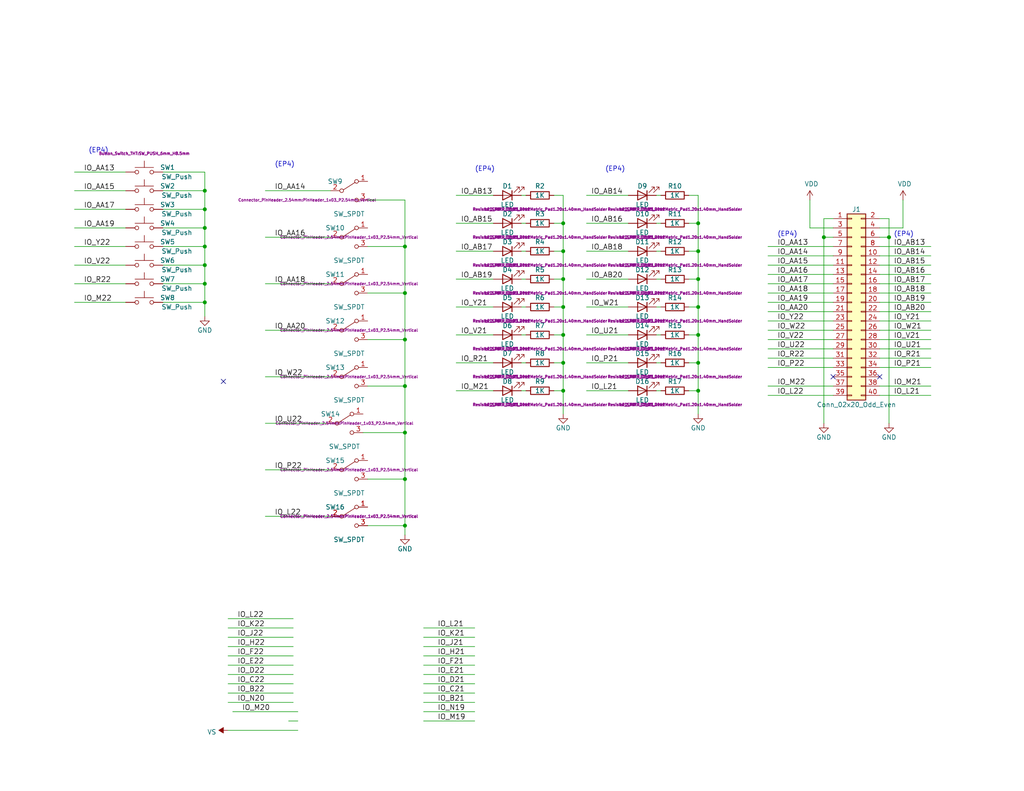
<source format=kicad_sch>
(kicad_sch (version 20211123) (generator eeschema)
  (paper "A")
  (title_block (title "ITX-SWLEDs") (date "2022-08-31") (rev "1") (company "land-boards.com") (comment 1 "SWITCHED/LEDs CARD"))
  (lib_symbols
    (symbol "Connector_Generic:Conn_02x20_Odd_Even" (pin_names (offset 1.016) hide)
      (property "Reference" "J" (at 1.27 25.4 0))
      (property "Value" "Conn_02x20_Odd_Even" (at 1.27 -27.94 0))
      (symbol "Conn_02x20_Odd_Even_1_1"
        (rectangle (start -1.27 -25.273) (end 0 -25.527) (stroke (width 0.1524)))
        (rectangle (start -1.27 -22.733) (end 0 -22.987) (stroke (width 0.1524)))
        (rectangle (start -1.27 -20.193) (end 0 -20.447) (stroke (width 0.1524)))
        (rectangle (start -1.27 -17.653) (end 0 -17.907) (stroke (width 0.1524)))
        (rectangle (start -1.27 -15.113) (end 0 -15.367) (stroke (width 0.1524)))
        (rectangle (start -1.27 -12.573) (end 0 -12.827) (stroke (width 0.1524)))
        (rectangle (start -1.27 -10.033) (end 0 -10.287) (stroke (width 0.1524)))
        (rectangle (start -1.27 -7.493) (end 0 -7.747) (stroke (width 0.1524)))
        (rectangle (start -1.27 -4.953) (end 0 -5.207) (stroke (width 0.1524)))
        (rectangle (start -1.27 -2.413) (end 0 -2.667) (stroke (width 0.1524)))
        (rectangle (start -1.27 0.127) (end 0 -0.127) (stroke (width 0.1524)))
        (rectangle (start -1.27 2.667) (end 0 2.413) (stroke (width 0.1524)))
        (rectangle (start -1.27 5.207) (end 0 4.953) (stroke (width 0.1524)))
        (rectangle (start -1.27 7.747) (end 0 7.493) (stroke (width 0.1524)))
        (rectangle (start -1.27 10.287) (end 0 10.033) (stroke (width 0.1524)))
        (rectangle (start -1.27 12.827) (end 0 12.573) (stroke (width 0.1524)))
        (rectangle (start -1.27 15.367) (end 0 15.113) (stroke (width 0.1524)))
        (rectangle (start -1.27 17.907) (end 0 17.653) (stroke (width 0.1524)))
        (rectangle (start -1.27 20.447) (end 0 20.193) (stroke (width 0.1524)))
        (rectangle (start -1.27 22.987) (end 0 22.733) (stroke (width 0.1524)))
        (rectangle (start -1.27 24.13) (end 3.81 -26.67) (stroke (width 0.254)) (fill (type background)))
        (rectangle (start 3.81 -25.273) (end 2.54 -25.527) (stroke (width 0.1524)))
        (rectangle (start 3.81 -22.733) (end 2.54 -22.987) (stroke (width 0.1524)))
        (rectangle (start 3.81 -20.193) (end 2.54 -20.447) (stroke (width 0.1524)))
        (rectangle (start 3.81 -17.653) (end 2.54 -17.907) (stroke (width 0.1524)))
        (rectangle (start 3.81 -15.113) (end 2.54 -15.367) (stroke (width 0.1524)))
        (rectangle (start 3.81 -12.573) (end 2.54 -12.827) (stroke (width 0.1524)))
        (rectangle (start 3.81 -10.033) (end 2.54 -10.287) (stroke (width 0.1524)))
        (rectangle (start 3.81 -7.493) (end 2.54 -7.747) (stroke (width 0.1524)))
        (rectangle (start 3.81 -4.953) (end 2.54 -5.207) (stroke (width 0.1524)))
        (rectangle (start 3.81 -2.413) (end 2.54 -2.667) (stroke (width 0.1524)))
        (rectangle (start 3.81 0.127) (end 2.54 -0.127) (stroke (width 0.1524)))
        (rectangle (start 3.81 2.667) (end 2.54 2.413) (stroke (width 0.1524)))
        (rectangle (start 3.81 5.207) (end 2.54 4.953) (stroke (width 0.1524)))
        (rectangle (start 3.81 7.747) (end 2.54 7.493) (stroke (width 0.1524)))
        (rectangle (start 3.81 10.287) (end 2.54 10.033) (stroke (width 0.1524)))
        (rectangle (start 3.81 12.827) (end 2.54 12.573) (stroke (width 0.1524)))
        (rectangle (start 3.81 15.367) (end 2.54 15.113) (stroke (width 0.1524)))
        (rectangle (start 3.81 17.907) (end 2.54 17.653) (stroke (width 0.1524)))
        (rectangle (start 3.81 20.447) (end 2.54 20.193) (stroke (width 0.1524)))
        (rectangle (start 3.81 22.987) (end 2.54 22.733) (stroke (width 0.1524)))
        (pin passive line (at -5.08 22.86 0) (length 3.81) (name "Pin_1") (number "1"))
        (pin passive line (at 7.62 12.7 180) (length 3.81) (name "Pin_10") (number "10"))
        (pin passive line (at -5.08 10.16 0) (length 3.81) (name "Pin_11") (number "11"))
        (pin passive line (at 7.62 10.16 180) (length 3.81) (name "Pin_12") (number "12"))
        (pin passive line (at -5.08 7.62 0) (length 3.81) (name "Pin_13") (number "13"))
        (pin passive line (at 7.62 7.62 180) (length 3.81) (name "Pin_14") (number "14"))
        (pin passive line (at -5.08 5.08 0) (length 3.81) (name "Pin_15") (number "15"))
        (pin passive line (at 7.62 5.08 180) (length 3.81) (name "Pin_16") (number "16"))
        (pin passive line (at -5.08 2.54 0) (length 3.81) (name "Pin_17") (number "17"))
        (pin passive line (at 7.62 2.54 180) (length 3.81) (name "Pin_18") (number "18"))
        (pin passive line (at -5.08 0 0) (length 3.81) (name "Pin_19") (number "19"))
        (pin passive line (at 7.62 22.86 180) (length 3.81) (name "Pin_2") (number "2"))
        (pin passive line (at 7.62 0 180) (length 3.81) (name "Pin_20") (number "20"))
        (pin passive line (at -5.08 -2.54 0) (length 3.81) (name "Pin_21") (number "21"))
        (pin passive line (at 7.62 -2.54 180) (length 3.81) (name "Pin_22") (number "22"))
        (pin passive line (at -5.08 -5.08 0) (length 3.81) (name "Pin_23") (number "23"))
        (pin passive line (at 7.62 -5.08 180) (length 3.81) (name "Pin_24") (number "24"))
        (pin passive line (at -5.08 -7.62 0) (length 3.81) (name "Pin_25") (number "25"))
        (pin passive line (at 7.62 -7.62 180) (length 3.81) (name "Pin_26") (number "26"))
        (pin passive line (at -5.08 -10.16 0) (length 3.81) (name "Pin_27") (number "27"))
        (pin passive line (at 7.62 -10.16 180) (length 3.81) (name "Pin_28") (number "28"))
        (pin passive line (at -5.08 -12.7 0) (length 3.81) (name "Pin_29") (number "29"))
        (pin passive line (at -5.08 20.32 0) (length 3.81) (name "Pin_3") (number "3"))
        (pin passive line (at 7.62 -12.7 180) (length 3.81) (name "Pin_30") (number "30"))
        (pin passive line (at -5.08 -15.24 0) (length 3.81) (name "Pin_31") (number "31"))
        (pin passive line (at 7.62 -15.24 180) (length 3.81) (name "Pin_32") (number "32"))
        (pin passive line (at -5.08 -17.78 0) (length 3.81) (name "Pin_33") (number "33"))
        (pin passive line (at 7.62 -17.78 180) (length 3.81) (name "Pin_34") (number "34"))
        (pin passive line (at -5.08 -20.32 0) (length 3.81) (name "Pin_35") (number "35"))
        (pin passive line (at 7.62 -20.32 180) (length 3.81) (name "Pin_36") (number "36"))
        (pin passive line (at -5.08 -22.86 0) (length 3.81) (name "Pin_37") (number "37"))
        (pin passive line (at 7.62 -22.86 180) (length 3.81) (name "Pin_38") (number "38"))
        (pin passive line (at -5.08 -25.4 0) (length 3.81) (name "Pin_39") (number "39"))
        (pin passive line (at 7.62 20.32 180) (length 3.81) (name "Pin_4") (number "4"))
        (pin passive line (at 7.62 -25.4 180) (length 3.81) (name "Pin_40") (number "40"))
        (pin passive line (at -5.08 17.78 0) (length 3.81) (name "Pin_5") (number "5"))
        (pin passive line (at 7.62 17.78 180) (length 3.81) (name "Pin_6") (number "6"))
        (pin passive line (at -5.08 15.24 0) (length 3.81) (name "Pin_7") (number "7"))
        (pin passive line (at 7.62 15.24 180) (length 3.81) (name "Pin_8") (number "8"))
        (pin passive line (at -5.08 12.7 0) (length 3.81) (name "Pin_9") (number "9"))
      )
    )
    (symbol "Device:LED" (pin_numbers hide) (pin_names (offset 1.016) hide)
      (property "Reference" "D" (at 0 2.54 0))
      (property "Value" "LED" (at 0 -2.54 0))
      (symbol "LED_0_1"
        (polyline (pts (xy -1.27 -1.27) (xy -1.27 1.27)) (stroke (width 0.254)))
        (polyline (pts (xy -1.27 0) (xy 1.27 0)))
        (polyline (pts (xy 1.27 -1.27) (xy 1.27 1.27) (xy -1.27 0) (xy 1.27 -1.27)) (stroke (width 0.254)))
        (polyline (pts (xy -3.048 -0.762) (xy -4.572 -2.286) (xy -3.81 -2.286) (xy -4.572 -2.286) (xy -4.572 -1.524)))
        (polyline (pts (xy -1.778 -0.762) (xy -3.302 -2.286) (xy -2.54 -2.286) (xy -3.302 -2.286) (xy -3.302 -1.524)))
      )
      (symbol "LED_1_1"
        (pin passive line (at -3.81 0 0) (length 2.54) (name "K") (number "1"))
        (pin passive line (at 3.81 0 180) (length 2.54) (name "A") (number "2"))
      )
    )
    (symbol "Device:R" (pin_numbers hide) (pin_names (offset 0))
      (property "Reference" "R" (at 2.032 0 90))
      (property "Value" "R" (at 0 0 90))
      (symbol "R_0_1"
        (rectangle (start -1.016 -2.54) (end 1.016 2.54) (stroke (width 0.254)))
      )
      (symbol "R_1_1"
        (pin passive line (at 0 3.81 270) (length 1.27) (name "~") (number "1"))
        (pin passive line (at 0 -3.81 90) (length 1.27) (name "~") (number "2"))
      )
    )
    (symbol "Switch:SW_Push" (pin_numbers hide) (pin_names (offset 1.016) hide)
      (property "Reference" "SW" (at 1.27 2.54 0))
      (property "Value" "SW_Push" (at 0 -1.524 0))
      (symbol "SW_Push_0_1"
        (circle (center -2.032 0) (radius 0.508))
        (polyline (pts (xy 0 1.27) (xy 0 3.048)))
        (polyline (pts (xy 2.54 1.27) (xy -2.54 1.27)))
        (circle (center 2.032 0) (radius 0.508))
        (pin passive line (at -5.08 0 0) (length 2.54) (name "1") (number "1"))
        (pin passive line (at 5.08 0 180) (length 2.54) (name "2") (number "2"))
      )
    )
    (symbol "Switch:SW_SPDT" (pin_names (offset 0) hide)
      (property "Reference" "SW" (at 0 4.318 0))
      (property "Value" "SW_SPDT" (at 0 -5.08 0))
      (symbol "SW_SPDT_0_0"
        (circle (center -2.032 0) (radius 0.508))
        (circle (center 2.032 -2.54) (radius 0.508))
      )
      (symbol "SW_SPDT_0_1"
        (polyline (pts (xy -1.524 0.254) (xy 1.651 2.286)))
        (circle (center 2.032 2.54) (radius 0.508))
      )
      (symbol "SW_SPDT_1_1"
        (pin passive line (at 5.08 2.54 180) (length 2.54) (name "A") (number "1"))
        (pin passive line (at -5.08 0 0) (length 2.54) (name "B") (number "2"))
        (pin passive line (at 5.08 -2.54 180) (length 2.54) (name "C") (number "3"))
      )
    )
    (symbol "power:GND" (power) (pin_names (offset 0))
      (property "Value" "GND" (at 0 -3.81 0))
      (symbol "GND_0_1"
        (polyline (pts (xy 0 0) (xy 0 -1.27) (xy 1.27 -1.27) (xy 0 -2.54) (xy -1.27 -1.27) (xy 0 -1.27)))
      )
      (symbol "GND_1_1"
        (pin power_in line (at 0 0 270) (length 0) hide (name "GND") (number "1"))
      )
    )
    (symbol "power:VDD" (power) (pin_names (offset 0))
      (property "Value" "VDD" (at 0 3.81 0))
      (symbol "VDD_0_1"
        (polyline (pts (xy -0.762 1.27) (xy 0 2.54)))
        (polyline (pts (xy 0 0) (xy 0 2.54)))
        (polyline (pts (xy 0 2.54) (xy 0.762 1.27)))
      )
      (symbol "VDD_1_1"
        (pin power_in line (at 0 0 90) (length 0) hide (name "VDD") (number "1"))
      )
    )
    (symbol "power:VS" (power) (pin_names (offset 0))
      (property "Value" "VS" (at 0 3.81 0))
      (symbol "VS_0_1"
        (polyline (pts (xy 0 0) (xy 0 2.54)))
        (polyline (pts (xy 0.762 1.27) (xy -0.762 1.27) (xy 0 2.54) (xy 0.762 1.27)) (fill (type outline)))
      )
      (symbol "VS_1_1"
        (pin power_in line (at 0 0 90) (length 0) hide (name "VS") (number "1"))
      )
    )
  )
  (junction (at 190.5 106.68))
  (junction (at 110.49 118.11))
  (junction (at 110.49 105.41))
  (junction (at 55.88 72.39))
  (junction (at 110.49 143.51))
  (junction (at 110.49 67.31))
  (junction (at 153.67 60.96))
  (junction (at 153.67 83.82))
  (junction (at 110.49 130.81))
  (junction (at 55.88 57.15))
  (junction (at 224.79 64.77))
  (junction (at 153.67 106.68))
  (junction (at 190.5 76.2))
  (junction (at 153.67 76.2))
  (junction (at 190.5 83.82))
  (junction (at 190.5 60.96))
  (junction (at 153.67 68.58))
  (junction (at 55.88 62.23))
  (junction (at 153.67 91.44))
  (junction (at 55.88 77.47))
  (junction (at 190.5 99.06))
  (junction (at 190.5 91.44))
  (junction (at 110.49 80.01))
  (junction (at 55.88 67.31))
  (junction (at 55.88 82.55))
  (junction (at 55.88 52.07))
  (junction (at 242.57 64.77))
  (junction (at 110.49 92.71))
  (junction (at 153.67 99.06))
  (junction (at 190.5 68.58))
  (no_connect (at 240.03 102.87))
  (no_connect (at 227.33 102.87))
  (no_connect (at 60.96 104.14))
  (wire (pts (xy 224.79 59.69) (xy 224.79 64.77)))
  (wire (pts (xy 142.24 99.06) (xy 143.51 99.06)))
  (wire (pts (xy 190.5 99.06) (xy 190.5 91.44)))
  (wire (pts (xy 55.88 62.23) (xy 55.88 67.31)))
  (wire (pts (xy 153.67 68.58) (xy 153.67 60.96)))
  (wire (pts (xy 129.54 191.77) (xy 115.57 191.77)))
  (wire (pts (xy 88.9 115.57) (xy 72.39 115.57)))
  (wire (pts (xy 100.33 130.81) (xy 110.49 130.81)))
  (wire (pts (xy 129.54 189.23) (xy 115.57 189.23)))
  (wire (pts (xy 227.33 59.69) (xy 224.79 59.69)))
  (wire (pts (xy 110.49 130.81) (xy 110.49 143.51)))
  (wire (pts (xy 44.45 62.23) (xy 55.88 62.23)))
  (wire (pts (xy 44.45 82.55) (xy 55.88 82.55)))
  (wire (pts (xy 100.33 143.51) (xy 110.49 143.51)))
  (wire (pts (xy 134.62 106.68) (xy 124.46 106.68)))
  (wire (pts (xy 151.13 76.2) (xy 153.67 76.2)))
  (wire (pts (xy 44.45 57.15) (xy 55.88 57.15)))
  (wire (pts (xy 129.54 171.45) (xy 115.57 171.45)))
  (wire (pts (xy 227.33 95.25) (xy 209.55 95.25)))
  (wire (pts (xy 240.03 80.01) (xy 254 80.01)))
  (wire (pts (xy 124.46 53.34) (xy 134.62 53.34)))
  (wire (pts (xy 254 97.79) (xy 240.03 97.79)))
  (wire (pts (xy 227.33 87.63) (xy 209.55 87.63)))
  (wire (pts (xy 227.33 92.71) (xy 209.55 92.71)))
  (wire (pts (xy 209.55 72.39) (xy 227.33 72.39)))
  (wire (pts (xy 55.88 46.99) (xy 55.88 52.07)))
  (wire (pts (xy 151.13 83.82) (xy 153.67 83.82)))
  (wire (pts (xy 153.67 53.34) (xy 151.13 53.34)))
  (wire (pts (xy 151.13 99.06) (xy 153.67 99.06)))
  (wire (pts (xy 81.28 196.85) (xy 78.74 196.85)))
  (wire (pts (xy 55.88 77.47) (xy 55.88 82.55)))
  (wire (pts (xy 142.24 106.68) (xy 143.51 106.68)))
  (wire (pts (xy 90.17 140.97) (xy 72.39 140.97)))
  (wire (pts (xy 254 105.41) (xy 240.03 105.41)))
  (wire (pts (xy 179.07 91.44) (xy 180.34 91.44)))
  (wire (pts (xy 129.54 194.31) (xy 115.57 194.31)))
  (wire (pts (xy 44.45 72.39) (xy 55.88 72.39)))
  (wire (pts (xy 100.33 67.31) (xy 110.49 67.31)))
  (wire (pts (xy 227.33 64.77) (xy 224.79 64.77)))
  (wire (pts (xy 179.07 83.82) (xy 180.34 83.82)))
  (wire (pts (xy 142.24 76.2) (xy 143.51 76.2)))
  (wire (pts (xy 190.5 53.34) (xy 187.96 53.34)))
  (wire (pts (xy 209.55 69.85) (xy 227.33 69.85)))
  (wire (pts (xy 110.49 92.71) (xy 110.49 80.01)))
  (wire (pts (xy 171.45 76.2) (xy 160.02 76.2)))
  (wire (pts (xy 209.55 74.93) (xy 227.33 74.93)))
  (wire (pts (xy 179.07 76.2) (xy 180.34 76.2)))
  (wire (pts (xy 153.67 91.44) (xy 153.67 83.82)))
  (wire (pts (xy 100.33 92.71) (xy 110.49 92.71)))
  (wire (pts (xy 179.07 99.06) (xy 180.34 99.06)))
  (wire (pts (xy 142.24 91.44) (xy 143.51 91.44)))
  (wire (pts (xy 129.54 186.69) (xy 115.57 186.69)))
  (wire (pts (xy 55.88 52.07) (xy 55.88 57.15)))
  (wire (pts (xy 254 95.25) (xy 240.03 95.25)))
  (wire (pts (xy 80.01 168.91) (xy 62.23 168.91)))
  (wire (pts (xy 240.03 82.55) (xy 254 82.55)))
  (wire (pts (xy 227.33 62.23) (xy 220.98 62.23)))
  (wire (pts (xy 160.02 60.96) (xy 171.45 60.96)))
  (wire (pts (xy 72.39 77.47) (xy 90.17 77.47)))
  (wire (pts (xy 227.33 107.95) (xy 209.55 107.95)))
  (wire (pts (xy 151.13 91.44) (xy 153.67 91.44)))
  (wire (pts (xy 44.45 52.07) (xy 55.88 52.07)))
  (wire (pts (xy 99.06 118.11) (xy 110.49 118.11)))
  (wire (pts (xy 209.55 77.47) (xy 227.33 77.47)))
  (wire (pts (xy 242.57 59.69) (xy 242.57 64.77)))
  (wire (pts (xy 80.01 189.23) (xy 62.23 189.23)))
  (wire (pts (xy 142.24 60.96) (xy 143.51 60.96)))
  (wire (pts (xy 110.49 80.01) (xy 110.49 67.31)))
  (wire (pts (xy 34.29 72.39) (xy 20.32 72.39)))
  (wire (pts (xy 171.45 83.82) (xy 160.02 83.82)))
  (wire (pts (xy 240.03 62.23) (xy 246.38 62.23)))
  (wire (pts (xy 110.49 105.41) (xy 110.49 92.71)))
  (wire (pts (xy 242.57 64.77) (xy 242.57 115.57)))
  (wire (pts (xy 134.62 99.06) (xy 124.46 99.06)))
  (wire (pts (xy 142.24 83.82) (xy 143.51 83.82)))
  (wire (pts (xy 179.07 60.96) (xy 180.34 60.96)))
  (wire (pts (xy 160.02 53.34) (xy 171.45 53.34)))
  (wire (pts (xy 110.49 54.61) (xy 100.33 54.61)))
  (wire (pts (xy 179.07 68.58) (xy 180.34 68.58)))
  (wire (pts (xy 240.03 69.85) (xy 254 69.85)))
  (wire (pts (xy 190.5 91.44) (xy 190.5 83.82)))
  (wire (pts (xy 81.28 194.31) (xy 63.5 194.31)))
  (wire (pts (xy 34.29 77.47) (xy 20.32 77.47)))
  (wire (pts (xy 227.33 90.17) (xy 209.55 90.17)))
  (wire (pts (xy 80.01 171.45) (xy 62.23 171.45)))
  (wire (pts (xy 227.33 97.79) (xy 209.55 97.79)))
  (wire (pts (xy 187.96 60.96) (xy 190.5 60.96)))
  (wire (pts (xy 72.39 64.77) (xy 90.17 64.77)))
  (wire (pts (xy 227.33 85.09) (xy 209.55 85.09)))
  (wire (pts (xy 240.03 59.69) (xy 242.57 59.69)))
  (wire (pts (xy 171.45 91.44) (xy 160.02 91.44)))
  (wire (pts (xy 142.24 68.58) (xy 143.51 68.58)))
  (wire (pts (xy 209.55 67.31) (xy 227.33 67.31)))
  (wire (pts (xy 124.46 68.58) (xy 134.62 68.58)))
  (wire (pts (xy 187.96 83.82) (xy 190.5 83.82)))
  (wire (pts (xy 100.33 80.01) (xy 110.49 80.01)))
  (wire (pts (xy 246.38 62.23) (xy 246.38 54.61)))
  (wire (pts (xy 129.54 196.85) (xy 115.57 196.85)))
  (wire (pts (xy 190.5 113.03) (xy 190.5 106.68)))
  (wire (pts (xy 187.96 106.68) (xy 190.5 106.68)))
  (wire (pts (xy 62.23 199.39) (xy 81.28 199.39)))
  (wire (pts (xy 240.03 74.93) (xy 254 74.93)))
  (wire (pts (xy 151.13 106.68) (xy 153.67 106.68)))
  (wire (pts (xy 44.45 67.31) (xy 55.88 67.31)))
  (wire (pts (xy 134.62 91.44) (xy 124.46 91.44)))
  (wire (pts (xy 153.67 99.06) (xy 153.67 91.44)))
  (wire (pts (xy 254 92.71) (xy 240.03 92.71)))
  (wire (pts (xy 190.5 106.68) (xy 190.5 99.06)))
  (wire (pts (xy 134.62 83.82) (xy 124.46 83.82)))
  (wire (pts (xy 20.32 62.23) (xy 34.29 62.23)))
  (wire (pts (xy 254 90.17) (xy 240.03 90.17)))
  (wire (pts (xy 110.49 67.31) (xy 110.49 54.61)))
  (wire (pts (xy 240.03 72.39) (xy 254 72.39)))
  (wire (pts (xy 142.24 53.34) (xy 143.51 53.34)))
  (wire (pts (xy 224.79 64.77) (xy 224.79 115.57)))
  (wire (pts (xy 55.88 67.31) (xy 55.88 72.39)))
  (wire (pts (xy 254 107.95) (xy 240.03 107.95)))
  (wire (pts (xy 254 100.33) (xy 240.03 100.33)))
  (wire (pts (xy 254 87.63) (xy 240.03 87.63)))
  (wire (pts (xy 110.49 130.81) (xy 110.49 118.11)))
  (wire (pts (xy 55.88 57.15) (xy 55.88 62.23)))
  (wire (pts (xy 20.32 52.07) (xy 34.29 52.07)))
  (wire (pts (xy 187.96 76.2) (xy 190.5 76.2)))
  (wire (pts (xy 240.03 67.31) (xy 254 67.31)))
  (wire (pts (xy 153.67 76.2) (xy 153.67 68.58)))
  (wire (pts (xy 187.96 91.44) (xy 190.5 91.44)))
  (wire (pts (xy 90.17 90.17) (xy 72.39 90.17)))
  (wire (pts (xy 179.07 106.68) (xy 180.34 106.68)))
  (wire (pts (xy 220.98 62.23) (xy 220.98 54.61)))
  (wire (pts (xy 160.02 68.58) (xy 171.45 68.58)))
  (wire (pts (xy 240.03 64.77) (xy 242.57 64.77)))
  (wire (pts (xy 151.13 60.96) (xy 153.67 60.96)))
  (wire (pts (xy 171.45 106.68) (xy 160.02 106.68)))
  (wire (pts (xy 80.01 184.15) (xy 62.23 184.15)))
  (wire (pts (xy 44.45 46.99) (xy 55.88 46.99)))
  (wire (pts (xy 129.54 173.99) (xy 115.57 173.99)))
  (wire (pts (xy 20.32 46.99) (xy 34.29 46.99)))
  (wire (pts (xy 20.32 57.15) (xy 34.29 57.15)))
  (wire (pts (xy 240.03 77.47) (xy 254 77.47)))
  (wire (pts (xy 153.67 106.68) (xy 153.67 99.06)))
  (wire (pts (xy 190.5 60.96) (xy 190.5 53.34)))
  (wire (pts (xy 190.5 68.58) (xy 190.5 60.96)))
  (wire (pts (xy 110.49 118.11) (xy 110.49 105.41)))
  (wire (pts (xy 34.29 82.55) (xy 20.32 82.55)))
  (wire (pts (xy 227.33 100.33) (xy 209.55 100.33)))
  (wire (pts (xy 124.46 60.96) (xy 134.62 60.96)))
  (wire (pts (xy 129.54 176.53) (xy 115.57 176.53)))
  (wire (pts (xy 129.54 181.61) (xy 115.57 181.61)))
  (wire (pts (xy 80.01 181.61) (xy 62.23 181.61)))
  (wire (pts (xy 129.54 184.15) (xy 115.57 184.15)))
  (wire (pts (xy 209.55 80.01) (xy 227.33 80.01)))
  (wire (pts (xy 151.13 68.58) (xy 153.67 68.58)))
  (wire (pts (xy 187.96 68.58) (xy 190.5 68.58)))
  (wire (pts (xy 124.46 76.2) (xy 134.62 76.2)))
  (wire (pts (xy 209.55 82.55) (xy 227.33 82.55)))
  (wire (pts (xy 55.88 72.39) (xy 55.88 77.47)))
  (wire (pts (xy 100.33 105.41) (xy 110.49 105.41)))
  (wire (pts (xy 72.39 52.07) (xy 90.17 52.07)))
  (wire (pts (xy 153.67 83.82) (xy 153.67 76.2)))
  (wire (pts (xy 34.29 67.31) (xy 20.32 67.31)))
  (wire (pts (xy 80.01 191.77) (xy 62.23 191.77)))
  (wire (pts (xy 190.5 83.82) (xy 190.5 76.2)))
  (wire (pts (xy 80.01 179.07) (xy 62.23 179.07)))
  (wire (pts (xy 80.01 176.53) (xy 62.23 176.53)))
  (wire (pts (xy 190.5 76.2) (xy 190.5 68.58)))
  (wire (pts (xy 171.45 99.06) (xy 160.02 99.06)))
  (wire (pts (xy 110.49 143.51) (xy 110.49 146.05)))
  (wire (pts (xy 227.33 105.41) (xy 209.55 105.41)))
  (wire (pts (xy 55.88 82.55) (xy 55.88 86.36)))
  (wire (pts (xy 80.01 173.99) (xy 62.23 173.99)))
  (wire (pts (xy 90.17 128.27) (xy 72.39 128.27)))
  (wire (pts (xy 153.67 60.96) (xy 153.67 53.34)))
  (wire (pts (xy 254 85.09) (xy 240.03 85.09)))
  (wire (pts (xy 187.96 99.06) (xy 190.5 99.06)))
  (wire (pts (xy 90.17 102.87) (xy 72.39 102.87)))
  (wire (pts (xy 179.07 53.34) (xy 180.34 53.34)))
  (wire (pts (xy 153.67 113.03) (xy 153.67 106.68)))
  (wire (pts (xy 44.45 77.47) (xy 55.88 77.47)))
  (wire (pts (xy 129.54 179.07) (xy 115.57 179.07)))
  (wire (pts (xy 80.01 186.69) (xy 62.23 186.69)))
  (text "(EP4)" (at 243.84 64.77 0) (effects (font (size 1.27 1.27)) (justify left bottom)))
  (text "(EP4)" (at 129.54 46.99 0) (effects (font (size 1.27 1.27)) (justify left bottom)))
  (text "(EP4)" (at 165.1 46.99 0) (effects (font (size 1.27 1.27)) (justify left bottom)))
  (text "(EP4)" (at 24.13 41.91 0) (effects (font (size 1.27 1.27)) (justify left bottom)))
  (text "(EP4)" (at 212.09 64.77 0) (effects (font (size 1.27 1.27)) (justify left bottom)))
  (text "(EP4)" (at 74.93 45.72 0) (effects (font (size 1.27 1.27)) (justify left bottom)))
  (label "IO_P22" (at 74.93 128.27 0) (effects (font (size 1.397 1.397))))
  (label "IO_W22" (at 74.93 102.87 0) (effects (font (size 1.397 1.397))))
  (label "IO_AA14" (at 74.93 52.07 0) (effects (font (size 1.397 1.397))))
  (label "IO_M19" (at 119.38 196.85 0) (effects (font (size 1.397 1.397))))
  (label "IO_AB19" (at 125.73 76.2 0) (effects (font (size 1.397 1.397))))
  (label "IO_AB15" (at 243.84 72.39 0) (effects (font (size 1.397 1.397))))
  (label "IO_AB14" (at 161.29 53.34 0) (effects (font (size 1.397 1.397))))
  (label "IO_AB13" (at 243.84 67.31 0) (effects (font (size 1.397 1.397))))
  (label "IO_W22" (at 212.09 90.17 0) (effects (font (size 1.397 1.397))))
  (label "IO_AA18" (at 74.93 77.47 0) (effects (font (size 1.397 1.397))))
  (label "IO_H21" (at 119.38 179.07 0) (effects (font (size 1.397 1.397))))
  (label "IO_E22" (at 64.77 181.61 0) (effects (font (size 1.397 1.397))))
  (label "IO_L21" (at 161.29 106.68 0) (effects (font (size 1.397 1.397))))
  (label "IO_W21" (at 243.84 90.17 0) (effects (font (size 1.397 1.397))))
  (label "IO_AA17" (at 22.86 57.15 0) (effects (font (size 1.397 1.397))))
  (label "IO_H22" (at 64.77 176.53 0) (effects (font (size 1.397 1.397))))
  (label "IO_N20" (at 64.77 191.77 0) (effects (font (size 1.397 1.397))))
  (label "IO_AB18" (at 243.84 80.01 0) (effects (font (size 1.397 1.397))))
  (label "IO_AA20" (at 212.09 85.09 0) (effects (font (size 1.397 1.397))))
  (label "IO_L21" (at 119.38 171.45 0) (effects (font (size 1.397 1.397))))
  (label "IO_J22" (at 64.77 173.99 0) (effects (font (size 1.397 1.397))))
  (label "IO_V22" (at 22.86 72.39 0) (effects (font (size 1.397 1.397))))
  (label "IO_K21" (at 119.38 173.99 0) (effects (font (size 1.397 1.397))))
  (label "IO_AA19" (at 212.09 82.55 0) (effects (font (size 1.397 1.397))))
  (label "IO_U22" (at 212.09 95.25 0) (effects (font (size 1.397 1.397))))
  (label "IO_R21" (at 125.73 99.06 0) (effects (font (size 1.397 1.397))))
  (label "IO_Y21" (at 243.84 87.63 0) (effects (font (size 1.397 1.397))))
  (label "IO_B21" (at 119.38 191.77 0) (effects (font (size 1.397 1.397))))
  (label "IO_U22" (at 74.93 115.57 0) (effects (font (size 1.397 1.397))))
  (label "IO_AA20" (at 74.93 90.17 0) (effects (font (size 1.397 1.397))))
  (label "IO_AA15" (at 22.86 52.07 0) (effects (font (size 1.397 1.397))))
  (label "IO_AA17" (at 212.09 77.47 0) (effects (font (size 1.397 1.397))))
  (label "IO_P21" (at 243.84 100.33 0) (effects (font (size 1.397 1.397))))
  (label "IO_M21" (at 243.84 105.41 0) (effects (font (size 1.397 1.397))))
  (label "IO_AB18" (at 161.29 68.58 0) (effects (font (size 1.397 1.397))))
  (label "IO_R22" (at 22.86 77.47 0) (effects (font (size 1.397 1.397))))
  (label "IO_AA13" (at 212.09 67.31 0) (effects (font (size 1.397 1.397))))
  (label "IO_AA16" (at 212.09 74.93 0) (effects (font (size 1.397 1.397))))
  (label "IO_AA16" (at 74.93 64.77 0) (effects (font (size 1.397 1.397))))
  (label "IO_D21" (at 119.38 186.69 0) (effects (font (size 1.397 1.397))))
  (label "IO_U21" (at 161.29 91.44 0) (effects (font (size 1.397 1.397))))
  (label "IO_AB17" (at 243.84 77.47 0) (effects (font (size 1.397 1.397))))
  (label "IO_AA15" (at 212.09 72.39 0) (effects (font (size 1.397 1.397))))
  (label "IO_AB20" (at 243.84 85.09 0) (effects (font (size 1.397 1.397))))
  (label "IO_AA18" (at 212.09 80.01 0) (effects (font (size 1.397 1.397))))
  (label "IO_Y22" (at 212.09 87.63 0) (effects (font (size 1.397 1.397))))
  (label "IO_U21" (at 243.84 95.25 0) (effects (font (size 1.397 1.397))))
  (label "IO_AB19" (at 243.84 82.55 0) (effects (font (size 1.397 1.397))))
  (label "IO_F22" (at 64.77 179.07 0) (effects (font (size 1.397 1.397))))
  (label "IO_V22" (at 212.09 92.71 0) (effects (font (size 1.397 1.397))))
  (label "IO_AB13" (at 125.73 53.34 0) (effects (font (size 1.397 1.397))))
  (label "IO_V21" (at 243.84 92.71 0) (effects (font (size 1.397 1.397))))
  (label "IO_M21" (at 125.73 106.68 0) (effects (font (size 1.397 1.397))))
  (label "IO_W21" (at 161.29 83.82 0) (effects (font (size 1.397 1.397))))
  (label "IO_D22" (at 64.77 184.15 0) (effects (font (size 1.397 1.397))))
  (label "IO_E21" (at 119.38 184.15 0) (effects (font (size 1.397 1.397))))
  (label "IO_P22" (at 212.09 100.33 0) (effects (font (size 1.397 1.397))))
  (label "IO_AB16" (at 243.84 74.93 0) (effects (font (size 1.397 1.397))))
  (label "IO_B22" (at 64.77 189.23 0) (effects (font (size 1.397 1.397))))
  (label "IO_M22" (at 22.86 82.55 0) (effects (font (size 1.397 1.397))))
  (label "IO_L22" (at 64.77 168.91 0) (effects (font (size 1.397 1.397))))
  (label "IO_J21" (at 119.38 176.53 0) (effects (font (size 1.397 1.397))))
  (label "IO_C22" (at 64.77 186.69 0) (effects (font (size 1.397 1.397))))
  (label "IO_R22" (at 212.09 97.79 0) (effects (font (size 1.397 1.397))))
  (label "IO_V21" (at 125.73 91.44 0) (effects (font (size 1.397 1.397))))
  (label "IO_Y21" (at 125.73 83.82 0) (effects (font (size 1.397 1.397))))
  (label "IO_Y22" (at 22.86 67.31 0) (effects (font (size 1.397 1.397))))
  (label "IO_AB14" (at 243.84 69.85 0) (effects (font (size 1.397 1.397))))
  (label "IO_P21" (at 161.29 99.06 0) (effects (font (size 1.397 1.397))))
  (label "IO_L21" (at 243.84 107.95 0) (effects (font (size 1.397 1.397))))
  (label "IO_AB17" (at 125.73 68.58 0) (effects (font (size 1.397 1.397))))
  (label "IO_L22" (at 74.93 140.97 0) (effects (font (size 1.397 1.397))))
  (label "IO_R21" (at 243.84 97.79 0) (effects (font (size 1.397 1.397))))
  (label "IO_M20" (at 66.04 194.31 0) (effects (font (size 1.397 1.397))))
  (label "IO_C21" (at 119.38 189.23 0) (effects (font (size 1.397 1.397))))
  (label "IO_K22" (at 64.77 171.45 0) (effects (font (size 1.397 1.397))))
  (label "IO_M22" (at 212.09 105.41 0) (effects (font (size 1.397 1.397))))
  (label "IO_AA19" (at 22.86 62.23 0) (effects (font (size 1.397 1.397))))
  (label "IO_F21" (at 119.38 181.61 0) (effects (font (size 1.397 1.397))))
  (label "IO_AA14" (at 212.09 69.85 0) (effects (font (size 1.397 1.397))))
  (label "IO_AB16" (at 161.29 60.96 0) (effects (font (size 1.397 1.397))))
  (label "IO_AB15" (at 125.73 60.96 0) (effects (font (size 1.397 1.397))))
  (label "IO_L22" (at 212.09 107.95 0) (effects (font (size 1.397 1.397))))
  (label "IO_AA13" (at 22.86 46.99 0) (effects (font (size 1.397 1.397))))
  (label "IO_AB20" (at 161.29 76.2 0) (effects (font (size 1.397 1.397))))
  (label "IO_N19" (at 119.38 194.31 0) (effects (font (size 1.397 1.397))))
  (symbol (lib_id "Device:LED") (at 138.43 106.68 180) (unit 1)
    (property "Reference" "D8" (at 138.43 104.14 0))
    (property "Value" "LED" (at 138.43 109.22 0))
    (property "Footprint" "LED_THT:LED_D3.0mm" (at 138.43 110.49 0) (effects (font (size 0.762 0.762))))
  )
  (symbol (lib_id "Device:R") (at 184.15 53.34 270) (unit 1)
    (property "Reference" "R10" (at 184.15 50.8 90))
    (property "Value" "1K" (at 184.15 53.34 90))
    (property "Footprint" "Resistor_SMD:R_0805_2012Metric_Pad1.20x1.40mm_HandSolder" (at 184.15 57.15 90) (effects (font (size 0.762 0.762))))
  )
  (symbol (lib_id "power:GND") (at 190.5 113.03 0) (unit 1)
    (property "Reference" "#PWR0102" (effects hide))
    (property "Value" "GND" (at 190.5 116.84 0))
  )
  (symbol (lib_id "Device:LED") (at 138.43 60.96 180) (unit 1)
    (property "Reference" "D2" (at 138.43 58.42 0))
    (property "Value" "LED" (at 138.43 63.5 0))
    (property "Footprint" "LED_THT:LED_D3.0mm" (at 138.43 64.77 0) (effects (font (size 0.762 0.762))))
  )
  (symbol (lib_id "Switch:SW_SPDT") (at 95.25 90.17 0) (unit 1)
    (property "Reference" "SW12" (at 91.44 87.63 0))
    (property "Value" "SW_SPDT" (at 95.25 96.52 0))
    (property "Footprint" "Connector_PinHeader_2.54mm:PinHeader_1x03_P2.54mm_Vertical" (at 95.25 90.17 0) (effects (font (size 0.762 0.762))))
  )
  (symbol (lib_id "Device:R") (at 147.32 91.44 270) (unit 1)
    (property "Reference" "R7" (at 147.32 88.9 90))
    (property "Value" "1K" (at 147.32 91.44 90))
    (property "Footprint" "Resistor_SMD:R_0805_2012Metric_Pad1.20x1.40mm_HandSolder" (at 147.32 95.25 90) (effects (font (size 0.762 0.762))))
  )
  (symbol (lib_id "Device:LED") (at 175.26 60.96 180) (unit 1)
    (property "Reference" "D10" (at 175.26 58.42 0))
    (property "Value" "LED" (at 175.26 63.5 0))
    (property "Footprint" "LED_THT:LED_D3.0mm" (at 175.26 64.77 0) (effects (font (size 0.762 0.762))))
  )
  (symbol (lib_id "Device:R") (at 147.32 83.82 270) (unit 1)
    (property "Reference" "R6" (at 147.32 81.28 90))
    (property "Value" "1K" (at 147.32 83.82 90))
    (property "Footprint" "Resistor_SMD:R_0805_2012Metric_Pad1.20x1.40mm_HandSolder" (at 147.32 87.63 90) (effects (font (size 0.762 0.762))))
  )
  (symbol (lib_id "Device:R") (at 147.32 68.58 270) (unit 1)
    (property "Reference" "R4" (at 147.32 66.04 90))
    (property "Value" "1K" (at 147.32 68.58 90))
    (property "Footprint" "Resistor_SMD:R_0805_2012Metric_Pad1.20x1.40mm_HandSolder" (at 147.32 72.39 90) (effects (font (size 0.762 0.762))))
  )
  (symbol (lib_id "Device:LED") (at 175.26 83.82 180) (unit 1)
    (property "Reference" "D13" (at 175.26 81.28 0))
    (property "Value" "LED" (at 175.26 86.36 0))
    (property "Footprint" "LED_THT:LED_D3.0mm" (at 175.26 87.63 0) (effects (font (size 0.762 0.762))))
  )
  (symbol (lib_id "Device:LED") (at 138.43 68.58 180) (unit 1)
    (property "Reference" "D3" (at 138.43 66.04 0))
    (property "Value" "LED" (at 138.43 71.12 0))
    (property "Footprint" "LED_THT:LED_D3.0mm" (at 138.43 72.39 0) (effects (font (size 0.762 0.762))))
  )
  (symbol (lib_id "Device:LED") (at 138.43 76.2 180) (unit 1)
    (property "Reference" "D4" (at 138.43 73.66 0))
    (property "Value" "LED" (at 138.43 78.74 0))
    (property "Footprint" "LED_THT:LED_D3.0mm" (at 138.43 80.01 0) (effects (font (size 0.762 0.762))))
  )
  (symbol (lib_id "Device:R") (at 184.15 68.58 270) (unit 1)
    (property "Reference" "R12" (at 184.15 66.04 90))
    (property "Value" "1K" (at 184.15 68.58 90))
    (property "Footprint" "Resistor_SMD:R_0805_2012Metric_Pad1.20x1.40mm_HandSolder" (at 184.15 72.39 90) (effects (font (size 0.762 0.762))))
  )
  (symbol (lib_id "Device:LED") (at 175.26 76.2 180) (unit 1)
    (property "Reference" "D12" (at 175.26 73.66 0))
    (property "Value" "LED" (at 175.26 78.74 0))
    (property "Footprint" "LED_THT:LED_D3.0mm" (at 175.26 80.01 0) (effects (font (size 0.762 0.762))))
  )
  (symbol (lib_id "Connector_Generic:Conn_02x20_Odd_Even") (at 232.41 82.55 0) (unit 1)
    (property "Reference" "J1" (at 233.68 57.15 0))
    (property "Value" "Conn_02x20_Odd_Even" (at 233.68 110.49 0))
    (property "Footprint" "LandBoards_Conns:PinHeader_2x20_P2.54mm_Horizontal-FLIPPED" (effects hide))
  )
  (symbol (lib_id "Device:R") (at 184.15 76.2 270) (unit 1)
    (property "Reference" "R13" (at 184.15 73.66 90))
    (property "Value" "1K" (at 184.15 76.2 90))
    (property "Footprint" "Resistor_SMD:R_0805_2012Metric_Pad1.20x1.40mm_HandSolder" (at 184.15 80.01 90) (effects (font (size 0.762 0.762))))
  )
  (symbol (lib_id "Device:LED") (at 138.43 53.34 180) (unit 1)
    (property "Reference" "D1" (at 138.43 50.8 0))
    (property "Value" "LED" (at 138.43 55.88 0))
    (property "Footprint" "LED_THT:LED_D3.0mm" (at 138.43 57.15 0) (effects (font (size 0.762 0.762))))
  )
  (symbol (lib_id "Switch:SW_Push") (at 39.37 67.31 0) (unit 1)
    (property "Reference" "SW5" (at 45.72 66.04 0))
    (property "Value" "SW_Push" (at 48.26 68.58 0))
    (property "Footprint" "Button_Switch_THT:SW_PUSH_6mm_H8.5mm" (effects hide))
  )
  (symbol (lib_id "Device:LED") (at 175.26 106.68 180) (unit 1)
    (property "Reference" "D16" (at 175.26 104.14 0))
    (property "Value" "LED" (at 175.26 109.22 0))
    (property "Footprint" "LED_THT:LED_D3.0mm" (at 175.26 110.49 0) (effects (font (size 0.762 0.762))))
  )
  (symbol (lib_id "power:GND") (at 224.79 115.57 0) (unit 1)
    (property "Reference" "#PWR0111" (effects hide))
    (property "Value" "GND" (at 224.79 119.38 0))
  )
  (symbol (lib_id "Switch:SW_SPDT") (at 95.25 77.47 0) (unit 1)
    (property "Reference" "SW11" (at 91.44 74.93 0))
    (property "Value" "SW_SPDT" (at 95.25 83.82 0))
    (property "Footprint" "Connector_PinHeader_2.54mm:PinHeader_1x03_P2.54mm_Vertical" (at 95.25 77.47 0) (effects (font (size 0.762 0.762))))
  )
  (symbol (lib_id "power:VS") (at 62.23 199.39 90) (unit 1)
    (property "Reference" "#PWR0121" (effects hide))
    (property "Value" "VS" (at 59.0551 199.869 90) (effects (justify left)))
  )
  (symbol (lib_id "Device:R") (at 147.32 53.34 270) (unit 1)
    (property "Reference" "R2" (at 147.32 50.8 90))
    (property "Value" "1K" (at 147.32 53.34 90))
    (property "Footprint" "Resistor_SMD:R_0805_2012Metric_Pad1.20x1.40mm_HandSolder" (at 147.32 57.15 90) (effects (font (size 0.762 0.762))))
  )
  (symbol (lib_id "Device:LED") (at 138.43 91.44 180) (unit 1)
    (property "Reference" "D6" (at 138.43 88.9 0))
    (property "Value" "LED" (at 138.43 93.98 0))
    (property "Footprint" "LED_THT:LED_D3.0mm" (at 138.43 95.25 0) (effects (font (size 0.762 0.762))))
  )
  (symbol (lib_id "Device:R") (at 184.15 91.44 270) (unit 1)
    (property "Reference" "R15" (at 184.15 88.9 90))
    (property "Value" "1K" (at 184.15 91.44 90))
    (property "Footprint" "Resistor_SMD:R_0805_2012Metric_Pad1.20x1.40mm_HandSolder" (at 184.15 95.25 90) (effects (font (size 0.762 0.762))))
  )
  (symbol (lib_id "Device:R") (at 147.32 99.06 270) (unit 1)
    (property "Reference" "R8" (at 147.32 96.52 90))
    (property "Value" "1K" (at 147.32 99.06 90))
    (property "Footprint" "Resistor_SMD:R_0805_2012Metric_Pad1.20x1.40mm_HandSolder" (at 147.32 102.87 90) (effects (font (size 0.762 0.762))))
  )
  (symbol (lib_id "Switch:SW_SPDT") (at 93.98 115.57 0) (unit 1)
    (property "Reference" "SW14" (at 90.17 113.03 0))
    (property "Value" "SW_SPDT" (at 93.98 121.92 0))
    (property "Footprint" "Connector_PinHeader_2.54mm:PinHeader_1x03_P2.54mm_Vertical" (at 93.98 115.57 0) (effects (font (size 0.762 0.762))))
  )
  (symbol (lib_id "Device:R") (at 184.15 60.96 270) (unit 1)
    (property "Reference" "R11" (at 184.15 58.42 90))
    (property "Value" "1K" (at 184.15 60.96 90))
    (property "Footprint" "Resistor_SMD:R_0805_2012Metric_Pad1.20x1.40mm_HandSolder" (at 184.15 64.77 90) (effects (font (size 0.762 0.762))))
  )
  (symbol (lib_id "Switch:SW_SPDT") (at 95.25 140.97 0) (unit 1)
    (property "Reference" "SW16" (at 91.44 138.43 0))
    (property "Value" "SW_SPDT" (at 95.25 147.32 0))
    (property "Footprint" "Connector_PinHeader_2.54mm:PinHeader_1x03_P2.54mm_Vertical" (at 95.25 140.97 0) (effects (font (size 0.762 0.762))))
  )
  (symbol (lib_id "Device:LED") (at 138.43 99.06 180) (unit 1)
    (property "Reference" "D7" (at 138.43 96.52 0))
    (property "Value" "LED" (at 138.43 101.6 0))
    (property "Footprint" "LED_THT:LED_D3.0mm" (at 138.43 102.87 0) (effects (font (size 0.762 0.762))))
  )
  (symbol (lib_id "Switch:SW_SPDT") (at 95.25 102.87 0) (unit 1)
    (property "Reference" "SW13" (at 91.44 100.33 0))
    (property "Value" "SW_SPDT" (at 95.25 109.22 0))
    (property "Footprint" "Connector_PinHeader_2.54mm:PinHeader_1x03_P2.54mm_Vertical" (at 95.25 102.87 0) (effects (font (size 0.762 0.762))))
  )
  (symbol (lib_id "power:GND") (at 110.49 146.05 0) (unit 1)
    (property "Reference" "#PWR0126" (effects hide))
    (property "Value" "GND" (at 110.49 149.86 0))
  )
  (symbol (lib_id "Switch:SW_Push") (at 39.37 52.07 0) (unit 1)
    (property "Reference" "SW2" (at 45.72 50.8 0))
    (property "Value" "SW_Push" (at 48.26 53.34 0))
    (property "Footprint" "Button_Switch_THT:SW_PUSH_6mm_H8.5mm" (effects hide))
  )
  (symbol (lib_id "Device:LED") (at 175.26 91.44 180) (unit 1)
    (property "Reference" "D14" (at 175.26 88.9 0))
    (property "Value" "LED" (at 175.26 93.98 0))
    (property "Footprint" "LED_THT:LED_D3.0mm" (at 175.26 95.25 0) (effects (font (size 0.762 0.762))))
  )
  (symbol (lib_id "Switch:SW_SPDT") (at 95.25 64.77 0) (unit 1)
    (property "Reference" "SW10" (at 91.44 62.23 0))
    (property "Value" "SW_SPDT" (at 95.25 71.12 0))
    (property "Footprint" "Connector_PinHeader_2.54mm:PinHeader_1x03_P2.54mm_Vertical" (at 95.25 64.77 0) (effects (font (size 0.762 0.762))))
  )
  (symbol (lib_id "Device:R") (at 147.32 76.2 270) (unit 1)
    (property "Reference" "R5" (at 147.32 73.66 90))
    (property "Value" "1K" (at 147.32 76.2 90))
    (property "Footprint" "Resistor_SMD:R_0805_2012Metric_Pad1.20x1.40mm_HandSolder" (at 147.32 80.01 90) (effects (font (size 0.762 0.762))))
  )
  (symbol (lib_id "Device:R") (at 184.15 99.06 270) (unit 1)
    (property "Reference" "R16" (at 184.15 96.52 90))
    (property "Value" "1K" (at 184.15 99.06 90))
    (property "Footprint" "Resistor_SMD:R_0805_2012Metric_Pad1.20x1.40mm_HandSolder" (at 184.15 102.87 90) (effects (font (size 0.762 0.762))))
  )
  (symbol (lib_id "power:VDD") (at 246.38 54.61 0) (unit 1)
    (property "Reference" "#PWR0109" (effects hide))
    (property "Value" "VDD" (at 246.8118 50.2158 0))
  )
  (symbol (lib_id "Switch:SW_Push") (at 39.37 72.39 0) (unit 1)
    (property "Reference" "SW6" (at 45.72 71.12 0))
    (property "Value" "SW_Push" (at 48.26 73.66 0))
    (property "Footprint" "Button_Switch_THT:SW_PUSH_6mm_H8.5mm" (effects hide))
  )
  (symbol (lib_id "Device:LED") (at 175.26 53.34 180) (unit 1)
    (property "Reference" "D9" (at 175.26 50.8 0))
    (property "Value" "LED" (at 175.26 55.88 0))
    (property "Footprint" "LED_THT:LED_D3.0mm" (at 175.26 57.15 0) (effects (font (size 0.762 0.762))))
  )
  (symbol (lib_id "Device:R") (at 147.32 106.68 270) (unit 1)
    (property "Reference" "R9" (at 147.32 104.14 90))
    (property "Value" "1K" (at 147.32 106.68 90))
    (property "Footprint" "Resistor_SMD:R_0805_2012Metric_Pad1.20x1.40mm_HandSolder" (at 147.32 110.49 90) (effects (font (size 0.762 0.762))))
  )
  (symbol (lib_id "Switch:SW_Push") (at 39.37 77.47 0) (unit 1)
    (property "Reference" "SW7" (at 45.72 76.2 0))
    (property "Value" "SW_Push" (at 48.26 78.74 0))
    (property "Footprint" "Button_Switch_THT:SW_PUSH_6mm_H8.5mm" (effects hide))
  )
  (symbol (lib_id "power:GND") (at 242.57 115.57 0) (unit 1)
    (property "Reference" "#PWR0112" (effects hide))
    (property "Value" "GND" (at 242.57 119.38 0))
  )
  (symbol (lib_id "power:GND") (at 55.88 86.36 0) (unit 1)
    (property "Reference" "#PWR0103" (effects hide))
    (property "Value" "GND" (at 55.88 90.17 0))
  )
  (symbol (lib_id "Device:LED") (at 138.43 83.82 180) (unit 1)
    (property "Reference" "D5" (at 138.43 81.28 0))
    (property "Value" "LED" (at 138.43 86.36 0))
    (property "Footprint" "LED_THT:LED_D3.0mm" (at 138.43 87.63 0) (effects (font (size 0.762 0.762))))
  )
  (symbol (lib_id "Switch:SW_SPDT") (at 95.25 128.27 0) (unit 1)
    (property "Reference" "SW15" (at 91.44 125.73 0))
    (property "Value" "SW_SPDT" (at 95.25 134.62 0))
    (property "Footprint" "Connector_PinHeader_2.54mm:PinHeader_1x03_P2.54mm_Vertical" (at 95.25 128.27 0) (effects (font (size 0.762 0.762))))
  )
  (symbol (lib_id "Switch:SW_SPDT") (at 95.25 52.07 0) (unit 1)
    (property "Reference" "SW9" (at 91.44 49.53 0))
    (property "Value" "SW_SPDT" (at 95.25 58.42 0))
    (property "Footprint" "Connector_PinHeader_2.54mm:PinHeader_1x03_P2.54mm_Vertical" (at 83.82 54.61 0) (effects (font (size 0.762 0.762))))
  )
  (symbol (lib_id "Device:LED") (at 175.26 68.58 180) (unit 1)
    (property "Reference" "D11" (at 175.26 66.04 0))
    (property "Value" "LED" (at 175.26 71.12 0))
    (property "Footprint" "LED_THT:LED_D3.0mm" (at 175.26 72.39 0) (effects (font (size 0.762 0.762))))
  )
  (symbol (lib_id "Switch:SW_Push") (at 39.37 57.15 0) (unit 1)
    (property "Reference" "SW3" (at 45.72 55.88 0))
    (property "Value" "SW_Push" (at 48.26 58.42 0))
    (property "Footprint" "Button_Switch_THT:SW_PUSH_6mm_H8.5mm" (effects hide))
  )
  (symbol (lib_id "power:GND") (at 153.67 113.03 0) (unit 1)
    (property "Reference" "#PWR0101" (effects hide))
    (property "Value" "GND" (at 153.67 116.84 0))
  )
  (symbol (lib_id "Switch:SW_Push") (at 39.37 62.23 0) (unit 1)
    (property "Reference" "SW4" (at 45.72 60.96 0))
    (property "Value" "SW_Push" (at 48.26 63.5 0))
    (property "Footprint" "Button_Switch_THT:SW_PUSH_6mm_H8.5mm" (effects hide))
  )
  (symbol (lib_id "Device:R") (at 184.15 83.82 270) (unit 1)
    (property "Reference" "R14" (at 184.15 81.28 90))
    (property "Value" "1K" (at 184.15 83.82 90))
    (property "Footprint" "Resistor_SMD:R_0805_2012Metric_Pad1.20x1.40mm_HandSolder" (at 184.15 87.63 90) (effects (font (size 0.762 0.762))))
  )
  (symbol (lib_id "Switch:SW_Push") (at 39.37 82.55 0) (unit 1)
    (property "Reference" "SW8" (at 45.72 81.28 0))
    (property "Value" "SW_Push" (at 48.26 83.82 0))
    (property "Footprint" "Button_Switch_THT:SW_PUSH_6mm_H8.5mm" (effects hide))
  )
  (symbol (lib_id "power:VDD") (at 220.98 54.61 0) (unit 1)
    (property "Reference" "#PWR0108" (effects hide))
    (property "Value" "VDD" (at 221.4118 50.2158 0))
  )
  (symbol (lib_id "Device:R") (at 184.15 106.68 270) (unit 1)
    (property "Reference" "R17" (at 184.15 104.14 90))
    (property "Value" "1K" (at 184.15 106.68 90))
    (property "Footprint" "Resistor_SMD:R_0805_2012Metric_Pad1.20x1.40mm_HandSolder" (at 184.15 110.49 90) (effects (font (size 0.762 0.762))))
  )
  (symbol (lib_id "Switch:SW_Push") (at 39.37 46.99 0) (unit 1)
    (property "Reference" "SW1" (at 45.72 45.72 0))
    (property "Value" "SW_Push" (at 48.26 48.26 0))
    (property "Footprint" "Button_Switch_THT:SW_PUSH_6mm_H8.5mm" (at 39.37 41.91 0) (effects (font (size 0.762 0.762))))
  )
  (symbol (lib_id "Device:LED") (at 175.26 99.06 180) (unit 1)
    (property "Reference" "D15" (at 175.26 96.52 0))
    (property "Value" "LED" (at 175.26 101.6 0))
    (property "Footprint" "LED_THT:LED_D3.0mm" (at 175.26 102.87 0) (effects (font (size 0.762 0.762))))
  )
  (symbol (lib_id "Device:R") (at 147.32 60.96 270) (unit 1)
    (property "Reference" "R3" (at 147.32 58.42 90))
    (property "Value" "1K" (at 147.32 60.96 90))
    (property "Footprint" "Resistor_SMD:R_0805_2012Metric_Pad1.20x1.40mm_HandSolder" (at 147.32 64.77 90) (effects (font (size 0.762 0.762))))
  )
)
</source>
